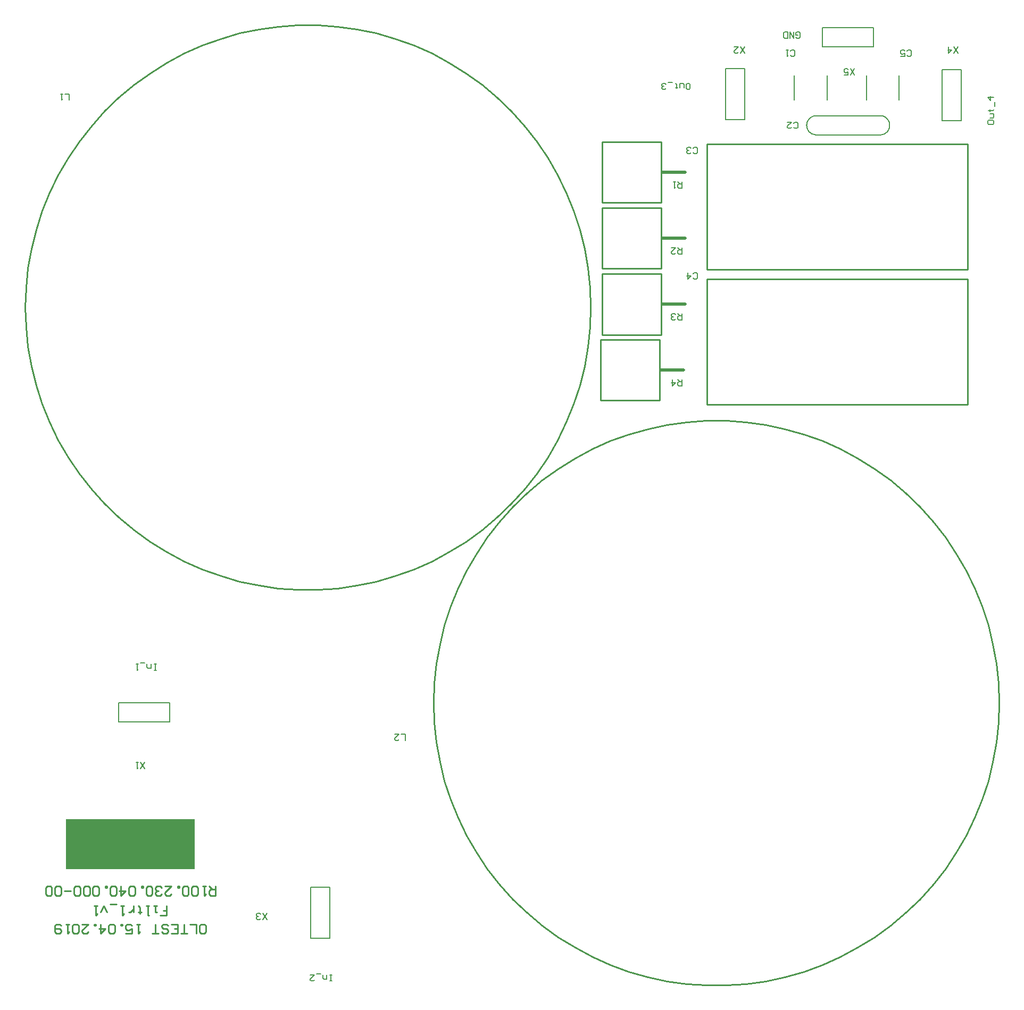
<source format=gto>
%FSTAX23Y23*%
%MOIN*%
%SFA1B1*%

%IPPOS*%
%ADD19C,0.005000*%
%ADD20C,0.010000*%
%ADD21C,0.007900*%
%ADD22C,0.019700*%
%ADD23C,0.008000*%
%ADD24C,0.009800*%
%ADD25C,0.005900*%
%ADD26R,0.807100X0.315000*%
%LNr100.230.040.001-00_filtr1-1*%
%LPD*%
G54D19*
X05396Y05392D02*
D01*
X05401Y05392*
X05405Y05393*
X05409Y05394*
X05413Y05395*
X05417Y05396*
X05421Y05397*
X05425Y05399*
X05428Y05401*
X05432Y05404*
X05435Y05406*
X05438Y05409*
X05441Y05412*
X05444Y05415*
X05446Y05419*
X05448Y05422*
X0545Y05426*
X05452Y0543*
X05453Y05434*
X05455Y05438*
X05455Y05442*
X05456Y05446*
X05456Y0545*
Y05454*
X05456Y05459*
X05455Y05463*
X05455Y05467*
X05453Y05471*
X05452Y05475*
X0545Y05479*
X05448Y05482*
X05446Y05486*
X05444Y05489*
X05441Y05492*
X05438Y05495*
X05435Y05498*
X05432Y05501*
X05428Y05503*
X05425Y05505*
X05421Y05507*
X05417Y05509*
X05413Y0551*
X05409Y05511*
X05405Y05512*
X05401Y05512*
X05396Y05512*
X04996D02*
D01*
X04992Y05512*
X04988Y05512*
X04984Y05511*
X0498Y0551*
X04976Y05509*
X04972Y05507*
X04968Y05505*
X04965Y05503*
X04961Y05501*
X04958Y05498*
X04955Y05495*
X04952Y05492*
X04949Y05489*
X04947Y05486*
X04944Y05482*
X04942Y05479*
X04941Y05475*
X04939Y05471*
X04938Y05467*
X04937Y05463*
X04937Y05459*
X04936Y05454*
Y0545*
X04937Y05446*
X04937Y05442*
X04938Y05438*
X04939Y05434*
X04941Y0543*
X04942Y05426*
X04944Y05422*
X04947Y05419*
X04949Y05415*
X04952Y05412*
X04955Y05409*
X04958Y05406*
X04961Y05404*
X04965Y05401*
X04968Y05399*
X04972Y05397*
X04976Y05396*
X0498Y05395*
X04984Y05394*
X04988Y05393*
X04992Y05392*
X04996Y05392*
X05396*
X04996Y05512D02*
X05396D01*
G54D20*
X06141Y0183D02*
D01*
X06137Y01954*
X06124Y02077*
X06102Y02199*
X06073Y02319*
X06034Y02436*
X05988Y02551*
X05934Y02662*
X05872Y02769*
X05803Y02872*
X05727Y02969*
X05644Y03061*
X05555Y03147*
X0546Y03226*
X0536Y03299*
X05255Y03365*
X05146Y03423*
X05033Y03473*
X04917Y03515*
X04798Y03549*
X04677Y03575*
X04555Y03592*
X04431Y03601*
X04308*
X04184Y03592*
X04062Y03575*
X03941Y03549*
X03822Y03515*
X03706Y03473*
X03593Y03423*
X03484Y03365*
X03379Y03299*
X03279Y03226*
X03184Y03147*
X03095Y03061*
X03012Y02969*
X02936Y02872*
X02867Y02769*
X02805Y02662*
X02751Y02551*
X02705Y02436*
X02666Y02319*
X02637Y02199*
X02615Y02077*
X02602Y01954*
X02598Y0183*
X02602Y01707*
X02615Y01584*
X02637Y01462*
X02666Y01342*
X02705Y01224*
X02751Y0111*
X02805Y00998*
X02867Y00891*
X02936Y00789*
X03012Y00691*
X03095Y00599*
X03184Y00514*
X03279Y00434*
X03379Y00361*
X03484Y00296*
X03593Y00238*
X03706Y00188*
X03822Y00145*
X03941Y00111*
X04062Y00085*
X04184Y00068*
X04308Y0006*
X04431*
X04555Y00068*
X04677Y00085*
X04798Y00111*
X04917Y00145*
X05033Y00188*
X05146Y00238*
X05255Y00296*
X0536Y00361*
X0546Y00434*
X05555Y00514*
X05644Y00599*
X05727Y00691*
X05803Y00789*
X05872Y00891*
X05934Y00998*
X05988Y0111*
X06034Y01224*
X06073Y01342*
X06102Y01462*
X06124Y01584*
X06137Y01707*
X06141Y0183*
X03582Y04311D02*
D01*
X03578Y04434*
X03565Y04557*
X03543Y04679*
X03514Y04799*
X03475Y04916*
X03429Y05031*
X03375Y05142*
X03313Y05249*
X03244Y05352*
X03168Y05449*
X03085Y05541*
X02996Y05627*
X02901Y05707*
X02801Y05779*
X02696Y05845*
X02587Y05903*
X02474Y05953*
X02358Y05995*
X02239Y0603*
X02118Y06055*
X01996Y06072*
X01872Y06081*
X01749*
X01625Y06072*
X01503Y06055*
X01382Y0603*
X01263Y05995*
X01147Y05953*
X01034Y05903*
X00925Y05845*
X0082Y05779*
X0072Y05707*
X00625Y05627*
X00536Y05541*
X00453Y05449*
X00377Y05352*
X00308Y05249*
X00246Y05142*
X00192Y05031*
X00146Y04916*
X00107Y04799*
X00078Y04679*
X00056Y04557*
X00043Y04434*
X00039Y04311*
X00043Y04187*
X00056Y04064*
X00078Y03942*
X00107Y03822*
X00146Y03705*
X00192Y0359*
X00246Y03479*
X00308Y03372*
X00377Y03269*
X00453Y03172*
X00536Y0308*
X00625Y02994*
X0072Y02914*
X0082Y02842*
X00925Y02776*
X01034Y02718*
X01147Y02668*
X01263Y02626*
X01382Y02591*
X01503Y02566*
X01625Y02549*
X01749Y0254*
X01872*
X01996Y02549*
X02118Y02566*
X02239Y02591*
X02358Y02626*
X02474Y02668*
X02587Y02718*
X02696Y02776*
X02801Y02842*
X02901Y02914*
X02996Y02994*
X03085Y0308*
X03168Y03172*
X03244Y03269*
X03313Y03372*
X03375Y03479*
X03429Y0359*
X03475Y03705*
X03514Y03822*
X03543Y03942*
X03565Y04064*
X03578Y04187*
X03582Y04311*
X03645Y03726D02*
X04015D01*
Y04108*
X03645D02*
X04015D01*
X03645Y03726D02*
Y04108D01*
X03653Y04139D02*
X04023D01*
Y04521*
X03653D02*
X04023D01*
X03653Y04139D02*
Y04521D01*
Y04553D02*
X04023D01*
Y04935*
X03653D02*
X04023D01*
X03653Y04553D02*
Y04935D01*
Y04966D02*
X04023D01*
Y05348*
X03653D02*
X04023D01*
X03653Y04966D02*
Y05348D01*
X05944Y04547D02*
Y05334D01*
X04311Y04547D02*
X05944D01*
X04311D02*
Y04921D01*
Y05334*
X05944*
X04311Y037D02*
Y04488D01*
X05944*
Y04114D02*
Y04488D01*
Y037D02*
Y04114D01*
X04311Y037D02*
X05944D01*
G54D21*
X04858Y05612D02*
Y05765D01*
X05063Y05612D02*
Y05765D01*
X05515Y05612D02*
Y05765D01*
X05311Y05612D02*
Y05765D01*
G54D22*
X04022Y03917D02*
X04165D01*
X0403Y0433D02*
X04173D01*
X0403Y04744D02*
X04173D01*
X0403Y05157D02*
X04173D01*
G54D23*
X00625Y01711D02*
X00945D01*
Y01831*
X00625D02*
X00945D01*
X00625Y01711D02*
Y01831D01*
X04548Y05488D02*
Y05808D01*
X04428D02*
X04548D01*
X04428Y05488D02*
Y05808D01*
Y05488D02*
X04548D01*
X01829Y00353D02*
Y00673D01*
Y00353D02*
X01949D01*
Y00673*
X01829D02*
X01949D01*
X05783Y0548D02*
Y058D01*
Y0548D02*
X05903D01*
Y058*
X05783D02*
X05903D01*
X05035Y05943D02*
X05355D01*
Y06063*
X05035D02*
X05355D01*
X05035Y05943D02*
Y06063D01*
G54D24*
X00885Y00497D02*
X00925D01*
Y00527*
X00905*
X00925*
Y00556*
X00866D02*
X00846D01*
X00856*
Y00517*
X00866*
X00816Y00556D02*
X00797D01*
X00807*
Y00497*
X00816*
X00757Y00507D02*
Y00517D01*
X00767*
X00748*
X00757*
Y00546*
X00748Y00556*
X00718Y00517D02*
Y00556D01*
Y00536*
X00708Y00527*
X00698Y00517*
X00689*
X00659Y00556D02*
X00639D01*
X00649*
Y00497*
X00659Y00507*
X0061Y00566D02*
X0057D01*
X00551Y00517D02*
X00531Y00556D01*
X00511Y00517*
X00492Y00556D02*
X00472D01*
X00482*
Y00497*
X00492Y00507*
X0123Y00681D02*
Y00622D01*
X012*
X0119Y00631*
Y00651*
X012Y00661*
X0123*
X0121D02*
X0119Y00681D01*
X01171D02*
X01151D01*
X01161*
Y00622*
X01171Y00631*
X01121D02*
X01112Y00622D01*
X01092*
X01082Y00631*
Y00671*
X01092Y00681*
X01112*
X01121Y00671*
Y00631*
X01062D02*
X01053Y00622D01*
X01033*
X01023Y00631*
Y00671*
X01033Y00681*
X01053*
X01062Y00671*
Y00631*
X01003Y00681D02*
Y00671D01*
X00994*
Y00681*
X01003*
X00915D02*
X00954D01*
X00915Y00641*
Y00631*
X00925Y00622*
X00944*
X00954Y00631*
X00895D02*
X00885Y00622D01*
X00866*
X00856Y00631*
Y00641*
X00866Y00651*
X00875*
X00866*
X00856Y00661*
Y00671*
X00866Y00681*
X00885*
X00895Y00671*
X00836Y00631D02*
X00826Y00622D01*
X00807*
X00797Y00631*
Y00671*
X00807Y00681*
X00826*
X00836Y00671*
Y00631*
X00777Y00681D02*
Y00671D01*
X00767*
Y00681*
X00777*
X00728Y00631D02*
X00718Y00622D01*
X00698*
X00689Y00631*
Y00671*
X00698Y00681*
X00718*
X00728Y00671*
Y00631*
X00639Y00681D02*
Y00622D01*
X00669Y00651*
X00629*
X0061Y00631D02*
X006Y00622D01*
X0058*
X0057Y00631*
Y00671*
X0058Y00681*
X006*
X0061Y00671*
Y00631*
X00551Y00681D02*
Y00671D01*
X00541*
Y00681*
X00551*
X00502Y00631D02*
X00492Y00622D01*
X00472*
X00462Y00631*
Y00671*
X00472Y00681*
X00492*
X00502Y00671*
Y00631*
X00443D02*
X00433Y00622D01*
X00413*
X00403Y00631*
Y00671*
X00413Y00681*
X00433*
X00443Y00671*
Y00631*
X00384D02*
X00374Y00622D01*
X00354*
X00344Y00631*
Y00671*
X00354Y00681*
X00374*
X00384Y00671*
Y00631*
X00324Y00651D02*
X00285D01*
X00265Y00631D02*
X00256Y00622D01*
X00236*
X00226Y00631*
Y00671*
X00236Y00681*
X00256*
X00265Y00671*
Y00631*
X00206D02*
X00197Y00622D01*
X00177*
X00167Y00631*
Y00671*
X00177Y00681*
X00197*
X00206Y00671*
Y00631*
X01141Y00383D02*
X01161D01*
X01171Y00393*
Y00433*
X01161Y00442*
X01141*
X01131Y00433*
Y00393*
X01141Y00383*
X01112D02*
Y00442D01*
X01072*
X01053Y00383D02*
X01013D01*
X01033*
Y00442*
X00954Y00383D02*
X00994D01*
Y00442*
X00954*
X00994Y00413D02*
X00974D01*
X00895Y00393D02*
X00905Y00383D01*
X00925*
X00935Y00393*
Y00403*
X00925Y00413*
X00905*
X00895Y00423*
Y00433*
X00905Y00442*
X00925*
X00935Y00433*
X00875Y00383D02*
X00836D01*
X00856*
Y00442*
X00757D02*
X00738D01*
X00748*
Y00383*
X00757Y00393*
X00669Y00383D02*
X00708D01*
Y00413*
X00689Y00403*
X00679*
X00669Y00413*
Y00433*
X00679Y00442*
X00698*
X00708Y00433*
X00649Y00442D02*
Y00433D01*
X00639*
Y00442*
X00649*
X006Y00393D02*
X0059Y00383D01*
X0057*
X00561Y00393*
Y00433*
X0057Y00442*
X0059*
X006Y00433*
Y00393*
X00511Y00442D02*
Y00383D01*
X00541Y00413*
X00502*
X00482Y00442D02*
Y00433D01*
X00472*
Y00442*
X00482*
X00393D02*
X00433D01*
X00393Y00403*
Y00393*
X00403Y00383*
X00423*
X00433Y00393*
X00374D02*
X00364Y00383D01*
X00344*
X00334Y00393*
Y00433*
X00344Y00442*
X00364*
X00374Y00433*
Y00393*
X00315Y00442D02*
X00295D01*
X00305*
Y00383*
X00315Y00393*
X00265Y00433D02*
X00256Y00442D01*
X00236*
X00226Y00433*
Y00393*
X00236Y00383*
X00256*
X00265Y00393*
Y00403*
X00256Y00413*
X00226*
G54D25*
X01962Y00086D02*
X01949D01*
X01956*
Y00125*
X01962*
X01949*
X01929D02*
Y00099D01*
X0191*
X01903Y00105*
Y00125*
X0189Y00131D02*
X01864D01*
X01824Y00125D02*
X01851D01*
X01824Y00099*
Y00092*
X01831Y00086*
X01844*
X01851Y00092*
X0086Y02034D02*
X00847D01*
X00853*
Y02074*
X0086*
X00847*
X00827D02*
Y02047D01*
X00807*
X00801Y02054*
Y02074*
X00788Y0208D02*
X00761D01*
X00748Y02074D02*
X00735D01*
X00742*
Y02034*
X00748Y02041*
X04187Y05676D02*
X042D01*
X04206Y05683*
Y05709*
X042Y05715*
X04187*
X0418Y05709*
Y05683*
X04187Y05676*
X04167Y05689D02*
Y05709D01*
X0416Y05715*
X04141*
Y05689*
X04121Y05683D02*
Y05689D01*
X04128*
X04114*
X04121*
Y05709*
X04114Y05715*
X04095Y05722D02*
X04068D01*
X04055Y05683D02*
X04049Y05676D01*
X04036*
X04029Y05683*
Y05689*
X04036Y05696*
X04042*
X04036*
X04029Y05702*
Y05709*
X04036Y05715*
X04049*
X04055Y05709*
X0607Y05478D02*
Y05465D01*
X06076Y05458*
X06103*
X06109Y05465*
Y05478*
X06103Y05484*
X06076*
X0607Y05478*
X06083Y05498D02*
X06103D01*
X06109Y05504*
Y05524*
X06083*
X06076Y05543D02*
X06083D01*
Y05537*
Y0555*
Y05543*
X06103*
X06109Y0555*
X06116Y0557D02*
Y05596D01*
X06109Y05629D02*
X0607D01*
X06089Y05609*
Y05635*
X04869Y06004D02*
X04876Y05998D01*
X04889*
X04895Y06004*
Y0603*
X04889Y06037*
X04876*
X04869Y0603*
Y06017*
X04882*
X04856Y06037D02*
Y05998D01*
X0483Y06037*
Y05998*
X04817D02*
Y06037D01*
X04797*
X0479Y0603*
Y06004*
X04797Y05998*
X04817*
X00315Y0561D02*
Y05649D01*
X00288*
X00275D02*
X00262D01*
X00269*
Y0561*
X00275Y05616*
X05236Y05767D02*
X0521Y05807D01*
Y05767D02*
X05236Y05807D01*
X0517Y05767D02*
X05196D01*
Y05787*
X05183Y0578*
X05177*
X0517Y05787*
Y058*
X05177Y05807*
X0519*
X05196Y058*
X05885Y05905D02*
X05859Y05944D01*
Y05905D02*
X05885Y05944D01*
X05826D02*
Y05905D01*
X05846Y05925*
X0582*
X01555Y00472D02*
X01528Y00511D01*
Y00472D02*
X01555Y00511D01*
X01515Y00479D02*
X01509Y00472D01*
X01496*
X01489Y00479*
Y00485*
X01496Y00492*
X01502*
X01496*
X01489Y00498*
Y00505*
X01496Y00511*
X01509*
X01515Y00505*
X04547Y05905D02*
X04521Y05944D01*
Y05905D02*
X04547Y05944D01*
X04481D02*
X04507D01*
X04481Y05918*
Y05912*
X04488Y05905*
X04501*
X04507Y05912*
X04153Y05098D02*
Y05059D01*
X04133*
X04127Y05065*
Y05078*
X04133Y05085*
X04153*
X0414D02*
X04127Y05098D01*
X04114D02*
X04101D01*
X04107*
Y05059*
X04114Y05065*
X04153Y04685D02*
Y04645D01*
X04133*
X04127Y04652*
Y04665*
X04133Y04671*
X04153*
X0414D02*
X04127Y04685D01*
X04087D02*
X04114D01*
X04087Y04658*
Y04652*
X04094Y04645*
X04107*
X04114Y04652*
X05564Y05892D02*
X0557Y05885D01*
X05584*
X0559Y05892*
Y05918*
X05584Y05925*
X0557*
X05564Y05918*
X05525Y05885D02*
X05551D01*
Y05905*
X05538Y05899*
X05531*
X05525Y05905*
Y05918*
X05531Y05925*
X05544*
X05551Y05918*
X04225Y04494D02*
X04232Y04488D01*
X04245*
X04252Y04494*
Y04521*
X04245Y04527*
X04232*
X04225Y04521*
X04192Y04527D02*
Y04488D01*
X04212Y04507*
X04186*
X04225Y05282D02*
X04232Y05275D01*
X04245*
X04252Y05282*
Y05308*
X04245Y05315*
X04232*
X04225Y05308*
X04212Y05282D02*
X04206Y05275D01*
X04192*
X04186Y05282*
Y05288*
X04192Y05295*
X04199*
X04192*
X04186Y05301*
Y05308*
X04192Y05315*
X04206*
X04212Y05308*
X04855Y05439D02*
X04862Y05433D01*
X04875*
X04881Y05439*
Y05465*
X04875Y05472*
X04862*
X04855Y05465*
X04816Y05472D02*
X04842D01*
X04816Y05446*
Y05439*
X04822Y05433*
X04836*
X04842Y05439*
X04836Y05892D02*
X04842Y05885D01*
X04855*
X04862Y05892*
Y05918*
X04855Y05925*
X04842*
X04836Y05918*
X04822Y05925D02*
X04809D01*
X04816*
Y05885*
X04822Y05892*
X00787Y01417D02*
X00761Y01456D01*
Y01417D02*
X00787Y01456D01*
X00748D02*
X00734D01*
X00741*
Y01417*
X00748Y01423*
X04153Y04271D02*
Y04232D01*
X04133*
X04127Y04238*
Y04252*
X04133Y04258*
X04153*
X0414D02*
X04127Y04271D01*
X04114Y04238D02*
X04107Y04232D01*
X04094*
X04087Y04238*
Y04245*
X04094Y04252*
X04101*
X04094*
X04087Y04258*
Y04265*
X04094Y04271*
X04107*
X04114Y04265*
X04153Y03858D02*
Y03818D01*
X04133*
X04127Y03825*
Y03838*
X04133Y03845*
X04153*
X0414D02*
X04127Y03858D01*
X04094D02*
Y03818D01*
X04114Y03838*
X04087*
X02421Y01594D02*
Y01633D01*
X02395*
X02355D02*
X02381D01*
X02355Y01607*
Y01601*
X02362Y01594*
X02375*
X02381Y01601*
G54D26*
X00698Y00944D03*
M02*
</source>
